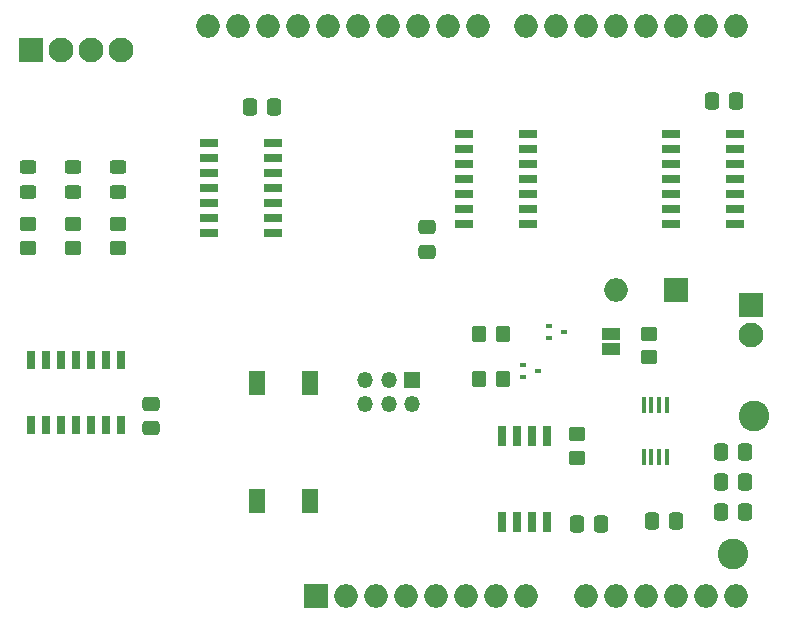
<source format=gbr>
%TF.GenerationSoftware,KiCad,Pcbnew,(6.0.5)*%
%TF.CreationDate,2022-06-24T12:54:37+01:00*%
%TF.ProjectId,Driver PCB,44726976-6572-4205-9043-422e6b696361,0*%
%TF.SameCoordinates,Original*%
%TF.FileFunction,Soldermask,Top*%
%TF.FilePolarity,Negative*%
%FSLAX46Y46*%
G04 Gerber Fmt 4.6, Leading zero omitted, Abs format (unit mm)*
G04 Created by KiCad (PCBNEW (6.0.5)) date 2022-06-24 12:54:37*
%MOMM*%
%LPD*%
G01*
G04 APERTURE LIST*
G04 Aperture macros list*
%AMRoundRect*
0 Rectangle with rounded corners*
0 $1 Rounding radius*
0 $2 $3 $4 $5 $6 $7 $8 $9 X,Y pos of 4 corners*
0 Add a 4 corners polygon primitive as box body*
4,1,4,$2,$3,$4,$5,$6,$7,$8,$9,$2,$3,0*
0 Add four circle primitives for the rounded corners*
1,1,$1+$1,$2,$3*
1,1,$1+$1,$4,$5*
1,1,$1+$1,$6,$7*
1,1,$1+$1,$8,$9*
0 Add four rect primitives between the rounded corners*
20,1,$1+$1,$2,$3,$4,$5,0*
20,1,$1+$1,$4,$5,$6,$7,0*
20,1,$1+$1,$6,$7,$8,$9,0*
20,1,$1+$1,$8,$9,$2,$3,0*%
G04 Aperture macros list end*
%ADD10R,2.000000X2.000000*%
%ADD11O,2.000000X2.000000*%
%ADD12RoundRect,0.250000X0.450000X-0.350000X0.450000X0.350000X-0.450000X0.350000X-0.450000X-0.350000X0*%
%ADD13R,0.510000X0.400000*%
%ADD14R,2.100000X2.100000*%
%ADD15C,2.100000*%
%ADD16R,1.550000X0.650000*%
%ADD17RoundRect,0.250000X-0.337500X-0.475000X0.337500X-0.475000X0.337500X0.475000X-0.337500X0.475000X0*%
%ADD18RoundRect,0.250000X0.337500X0.475000X-0.337500X0.475000X-0.337500X-0.475000X0.337500X-0.475000X0*%
%ADD19R,1.500000X1.000000*%
%ADD20RoundRect,0.250000X-0.450000X0.350000X-0.450000X-0.350000X0.450000X-0.350000X0.450000X0.350000X0*%
%ADD21R,1.350000X1.350000*%
%ADD22O,1.350000X1.350000*%
%ADD23RoundRect,0.250000X0.450000X-0.325000X0.450000X0.325000X-0.450000X0.325000X-0.450000X-0.325000X0*%
%ADD24R,0.650000X1.700000*%
%ADD25RoundRect,0.250000X-0.475000X0.337500X-0.475000X-0.337500X0.475000X-0.337500X0.475000X0.337500X0*%
%ADD26RoundRect,0.250000X0.475000X-0.337500X0.475000X0.337500X-0.475000X0.337500X-0.475000X-0.337500X0*%
%ADD27R,0.650000X1.550000*%
%ADD28RoundRect,0.250000X0.350000X0.450000X-0.350000X0.450000X-0.350000X-0.450000X0.350000X-0.450000X0*%
%ADD29C,2.600000*%
%ADD30R,1.400000X2.100000*%
%ADD31R,0.450000X1.425000*%
G04 APERTURE END LIST*
D10*
%TO.C,D4*%
X149860000Y-80010000D03*
D11*
X144780000Y-80010000D03*
%TD*%
D12*
%TO.C,R3*%
X94996000Y-76431000D03*
X94996000Y-74431000D03*
%TD*%
D13*
%TO.C,Q2*%
X136870600Y-86317200D03*
X136870600Y-87317200D03*
X138160600Y-86817200D03*
%TD*%
D14*
%TO.C,J4*%
X95245000Y-59690000D03*
D15*
X97785000Y-59690000D03*
X100325000Y-59690000D03*
X102865000Y-59690000D03*
%TD*%
D16*
%TO.C,IC3*%
X149421000Y-66802000D03*
X149421000Y-68072000D03*
X149421000Y-69342000D03*
X149421000Y-70612000D03*
X149421000Y-71882000D03*
X149421000Y-73152000D03*
X149421000Y-74422000D03*
X154871000Y-74422000D03*
X154871000Y-73152000D03*
X154871000Y-71882000D03*
X154871000Y-70612000D03*
X154871000Y-69342000D03*
X154871000Y-68072000D03*
X154871000Y-66802000D03*
%TD*%
%TO.C,IC2*%
X110305000Y-67564000D03*
X110305000Y-68834000D03*
X110305000Y-70104000D03*
X110305000Y-71374000D03*
X110305000Y-72644000D03*
X110305000Y-73914000D03*
X110305000Y-75184000D03*
X115755000Y-75184000D03*
X115755000Y-73914000D03*
X115755000Y-72644000D03*
X115755000Y-71374000D03*
X115755000Y-70104000D03*
X115755000Y-68834000D03*
X115755000Y-67564000D03*
%TD*%
D17*
%TO.C,C8*%
X141456500Y-99800500D03*
X143531500Y-99800500D03*
%TD*%
D13*
%TO.C,Q1*%
X139055000Y-83066000D03*
X139055000Y-84066000D03*
X140345000Y-83566000D03*
%TD*%
D12*
%TO.C,R2*%
X98806000Y-76431000D03*
X98806000Y-74431000D03*
%TD*%
D18*
%TO.C,C3*%
X155702000Y-98806000D03*
X153627000Y-98806000D03*
%TD*%
D19*
%TO.C,JP1*%
X144345739Y-83668761D03*
X144345739Y-84968761D03*
%TD*%
D20*
%TO.C,R7*%
X147520739Y-83668761D03*
X147520739Y-85668761D03*
%TD*%
D17*
%TO.C,C9*%
X147785000Y-99568000D03*
X149860000Y-99568000D03*
%TD*%
D21*
%TO.C,J1*%
X127508000Y-87630000D03*
D22*
X127508000Y-89630000D03*
X125508000Y-87630000D03*
X125508000Y-89630000D03*
X123508000Y-87630000D03*
X123508000Y-89630000D03*
%TD*%
D23*
%TO.C,D1*%
X102616000Y-71646000D03*
X102616000Y-69596000D03*
%TD*%
D18*
%TO.C,C2*%
X155702000Y-96266000D03*
X153627000Y-96266000D03*
%TD*%
D23*
%TO.C,D3*%
X94996000Y-71646000D03*
X94996000Y-69596000D03*
%TD*%
D20*
%TO.C,R6*%
X141478000Y-92180500D03*
X141478000Y-94180500D03*
%TD*%
D23*
%TO.C,D2*%
X98806000Y-71646000D03*
X98806000Y-69596000D03*
%TD*%
D18*
%TO.C,C5*%
X115824000Y-64516000D03*
X113749000Y-64516000D03*
%TD*%
D24*
%TO.C,U10*%
X138938000Y-92340500D03*
X137668000Y-92340500D03*
X136398000Y-92340500D03*
X135128000Y-92340500D03*
X135128000Y-99640500D03*
X136398000Y-99640500D03*
X137668000Y-99640500D03*
X138938000Y-99640500D03*
%TD*%
D10*
%TO.C,A1*%
X119380000Y-105918000D03*
D11*
X121920000Y-105918000D03*
X124460000Y-105918000D03*
X127000000Y-105918000D03*
X129540000Y-105918000D03*
X132080000Y-105918000D03*
X134620000Y-105918000D03*
X137160000Y-105918000D03*
X142240000Y-105918000D03*
X144780000Y-105918000D03*
X147320000Y-105918000D03*
X149860000Y-105918000D03*
X152400000Y-105918000D03*
X154940000Y-105918000D03*
X154940000Y-57658000D03*
X152400000Y-57658000D03*
X149860000Y-57658000D03*
X147320000Y-57658000D03*
X144780000Y-57658000D03*
X142240000Y-57658000D03*
X139700000Y-57658000D03*
X137160000Y-57658000D03*
X133100000Y-57658000D03*
X130560000Y-57658000D03*
X128020000Y-57658000D03*
X125480000Y-57658000D03*
X122940000Y-57658000D03*
X120400000Y-57658000D03*
X117860000Y-57658000D03*
X115320000Y-57658000D03*
X112780000Y-57658000D03*
X110240000Y-57658000D03*
%TD*%
D25*
%TO.C,C4*%
X128778000Y-74676000D03*
X128778000Y-76751000D03*
%TD*%
D26*
%TO.C,C7*%
X105410000Y-91694000D03*
X105410000Y-89619000D03*
%TD*%
D27*
%TO.C,IC4*%
X102870000Y-85921000D03*
X101600000Y-85921000D03*
X100330000Y-85921000D03*
X99060000Y-85921000D03*
X97790000Y-85921000D03*
X96520000Y-85921000D03*
X95250000Y-85921000D03*
X95250000Y-91371000D03*
X96520000Y-91371000D03*
X97790000Y-91371000D03*
X99060000Y-91371000D03*
X100330000Y-91371000D03*
X101600000Y-91371000D03*
X102870000Y-91371000D03*
%TD*%
D28*
%TO.C,R5*%
X135185739Y-87478761D03*
X133185739Y-87478761D03*
%TD*%
%TO.C,R4*%
X135185739Y-83668761D03*
X133185739Y-83668761D03*
%TD*%
D29*
%TO.C,J7*%
X156464000Y-90678000D03*
%TD*%
%TO.C,J5*%
X154686000Y-102362000D03*
%TD*%
D18*
%TO.C,C1*%
X155702000Y-93726000D03*
X153627000Y-93726000D03*
%TD*%
D30*
%TO.C,SW1*%
X114336000Y-97876000D03*
X114336000Y-87876000D03*
X118836000Y-97876000D03*
X118836000Y-87876000D03*
%TD*%
D14*
%TO.C,J2*%
X156210000Y-81280000D03*
D15*
X156210000Y-83820000D03*
%TD*%
D12*
%TO.C,R1*%
X102616000Y-76431000D03*
X102616000Y-74431000D03*
%TD*%
D18*
%TO.C,C6*%
X154940000Y-64008000D03*
X152865000Y-64008000D03*
%TD*%
D16*
%TO.C,IC1*%
X137323500Y-74422000D03*
X137323500Y-73152000D03*
X137323500Y-71882000D03*
X137323500Y-70612000D03*
X137323500Y-69342000D03*
X137323500Y-68072000D03*
X137323500Y-66802000D03*
X131873500Y-66802000D03*
X131873500Y-68072000D03*
X131873500Y-69342000D03*
X131873500Y-70612000D03*
X131873500Y-71882000D03*
X131873500Y-73152000D03*
X131873500Y-74422000D03*
%TD*%
D31*
%TO.C,IC5*%
X149057000Y-89736000D03*
X148407000Y-89736000D03*
X147757000Y-89736000D03*
X147107000Y-89736000D03*
X147107000Y-94160000D03*
X147757000Y-94160000D03*
X148407000Y-94160000D03*
X149057000Y-94160000D03*
%TD*%
M02*

</source>
